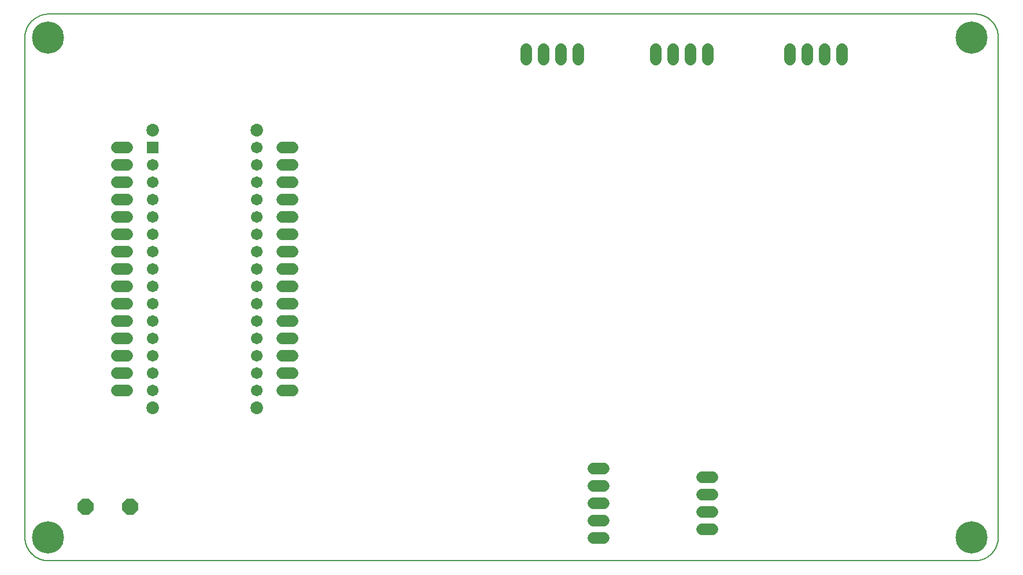
<source format=gbs>
G75*
%MOIN*%
%OFA0B0*%
%FSLAX25Y25*%
%IPPOS*%
%LPD*%
%AMOC8*
5,1,8,0,0,1.08239X$1,22.5*
%
%ADD10C,0.00600*%
%ADD11OC8,0.09300*%
%ADD12R,0.06737X0.06737*%
%ADD13C,0.06737*%
%ADD14C,0.00000*%
%ADD15C,0.07300*%
%ADD16C,0.06800*%
%ADD17C,0.18517*%
D10*
X0021119Y0007483D02*
X0279165Y0007512D01*
X0555044Y0007512D01*
X0555371Y0007516D01*
X0555697Y0007528D01*
X0556023Y0007548D01*
X0556349Y0007575D01*
X0556674Y0007611D01*
X0556997Y0007654D01*
X0557320Y0007705D01*
X0557642Y0007764D01*
X0557961Y0007831D01*
X0558280Y0007905D01*
X0558596Y0007987D01*
X0558910Y0008077D01*
X0559222Y0008174D01*
X0559531Y0008278D01*
X0559838Y0008391D01*
X0560142Y0008510D01*
X0560443Y0008637D01*
X0560741Y0008771D01*
X0561036Y0008912D01*
X0561327Y0009061D01*
X0561614Y0009216D01*
X0561898Y0009378D01*
X0562178Y0009547D01*
X0562453Y0009723D01*
X0562724Y0009905D01*
X0562991Y0010094D01*
X0563253Y0010289D01*
X0563510Y0010491D01*
X0563762Y0010698D01*
X0564009Y0010912D01*
X0564251Y0011132D01*
X0564488Y0011357D01*
X0564719Y0011588D01*
X0564944Y0011825D01*
X0565164Y0012067D01*
X0565378Y0012314D01*
X0565585Y0012566D01*
X0565787Y0012823D01*
X0565982Y0013085D01*
X0566171Y0013352D01*
X0566353Y0013623D01*
X0566529Y0013898D01*
X0566698Y0014178D01*
X0566860Y0014462D01*
X0567015Y0014749D01*
X0567164Y0015040D01*
X0567305Y0015335D01*
X0567439Y0015633D01*
X0567566Y0015934D01*
X0567685Y0016238D01*
X0567798Y0016545D01*
X0567902Y0016854D01*
X0567999Y0017166D01*
X0568089Y0017480D01*
X0568171Y0017796D01*
X0568245Y0018115D01*
X0568312Y0018434D01*
X0568371Y0018756D01*
X0568422Y0019079D01*
X0568465Y0019402D01*
X0568501Y0019727D01*
X0568528Y0020053D01*
X0568548Y0020379D01*
X0568560Y0020705D01*
X0568564Y0021032D01*
X0568564Y0309091D01*
X0568565Y0309091D02*
X0568561Y0309415D01*
X0568549Y0309739D01*
X0568530Y0310063D01*
X0568502Y0310386D01*
X0568467Y0310708D01*
X0568424Y0311029D01*
X0568374Y0311349D01*
X0568315Y0311668D01*
X0568249Y0311986D01*
X0568175Y0312301D01*
X0568094Y0312615D01*
X0568005Y0312927D01*
X0567908Y0313236D01*
X0567805Y0313543D01*
X0567693Y0313848D01*
X0567575Y0314149D01*
X0567449Y0314448D01*
X0567316Y0314744D01*
X0567176Y0315036D01*
X0567029Y0315325D01*
X0566874Y0315610D01*
X0566713Y0315891D01*
X0566546Y0316169D01*
X0566371Y0316442D01*
X0566191Y0316711D01*
X0566003Y0316976D01*
X0565809Y0317235D01*
X0565610Y0317491D01*
X0565404Y0317741D01*
X0565192Y0317986D01*
X0564974Y0318226D01*
X0564750Y0318461D01*
X0564521Y0318690D01*
X0564286Y0318914D01*
X0564046Y0319132D01*
X0563801Y0319344D01*
X0563551Y0319550D01*
X0563295Y0319749D01*
X0563036Y0319943D01*
X0562771Y0320131D01*
X0562502Y0320311D01*
X0562229Y0320486D01*
X0561951Y0320653D01*
X0561670Y0320814D01*
X0561385Y0320969D01*
X0561096Y0321116D01*
X0560804Y0321256D01*
X0560508Y0321389D01*
X0560209Y0321515D01*
X0559908Y0321633D01*
X0559603Y0321745D01*
X0559296Y0321848D01*
X0558987Y0321945D01*
X0558675Y0322034D01*
X0558361Y0322115D01*
X0558046Y0322189D01*
X0557728Y0322255D01*
X0557409Y0322314D01*
X0557089Y0322364D01*
X0556768Y0322407D01*
X0556446Y0322442D01*
X0556123Y0322470D01*
X0555799Y0322489D01*
X0555475Y0322501D01*
X0555151Y0322505D01*
X0021123Y0322505D01*
X0020794Y0322501D01*
X0020465Y0322489D01*
X0020137Y0322469D01*
X0019809Y0322441D01*
X0019482Y0322406D01*
X0019156Y0322362D01*
X0018831Y0322311D01*
X0018508Y0322251D01*
X0018186Y0322184D01*
X0017865Y0322109D01*
X0017547Y0322027D01*
X0017231Y0321937D01*
X0016917Y0321839D01*
X0016605Y0321733D01*
X0016296Y0321620D01*
X0015990Y0321500D01*
X0015687Y0321372D01*
X0015387Y0321237D01*
X0015090Y0321095D01*
X0014797Y0320946D01*
X0014508Y0320789D01*
X0014222Y0320626D01*
X0013941Y0320456D01*
X0013663Y0320279D01*
X0013391Y0320095D01*
X0013122Y0319905D01*
X0012858Y0319709D01*
X0012599Y0319506D01*
X0012345Y0319297D01*
X0012097Y0319082D01*
X0011853Y0318861D01*
X0011615Y0318634D01*
X0011382Y0318401D01*
X0011155Y0318163D01*
X0010934Y0317919D01*
X0010719Y0317671D01*
X0010510Y0317417D01*
X0010307Y0317158D01*
X0010111Y0316894D01*
X0009921Y0316625D01*
X0009737Y0316353D01*
X0009560Y0316075D01*
X0009390Y0315794D01*
X0009227Y0315508D01*
X0009070Y0315219D01*
X0008921Y0314926D01*
X0008779Y0314629D01*
X0008644Y0314329D01*
X0008516Y0314026D01*
X0008396Y0313720D01*
X0008283Y0313411D01*
X0008177Y0313099D01*
X0008079Y0312785D01*
X0007989Y0312469D01*
X0007907Y0312151D01*
X0007832Y0311830D01*
X0007765Y0311508D01*
X0007705Y0311185D01*
X0007654Y0310860D01*
X0007610Y0310534D01*
X0007575Y0310207D01*
X0007547Y0309879D01*
X0007527Y0309551D01*
X0007515Y0309222D01*
X0007511Y0308893D01*
X0007512Y0308893D02*
X0007512Y0021090D01*
X0007516Y0020761D01*
X0007528Y0020433D01*
X0007548Y0020104D01*
X0007576Y0019777D01*
X0007611Y0019450D01*
X0007655Y0019124D01*
X0007706Y0018799D01*
X0007765Y0018476D01*
X0007833Y0018154D01*
X0007907Y0017834D01*
X0007990Y0017515D01*
X0008080Y0017199D01*
X0008178Y0016885D01*
X0008283Y0016574D01*
X0008396Y0016265D01*
X0008517Y0015959D01*
X0008644Y0015656D01*
X0008779Y0015356D01*
X0008921Y0015059D01*
X0009071Y0014767D01*
X0009227Y0014477D01*
X0009390Y0014192D01*
X0009560Y0013910D01*
X0009737Y0013633D01*
X0009921Y0013360D01*
X0010111Y0013092D01*
X0010307Y0012828D01*
X0010510Y0012569D01*
X0010719Y0012316D01*
X0010934Y0012067D01*
X0011155Y0011823D01*
X0011382Y0011585D01*
X0011614Y0011353D01*
X0011852Y0011126D01*
X0012096Y0010905D01*
X0012345Y0010690D01*
X0012598Y0010481D01*
X0012857Y0010278D01*
X0013121Y0010082D01*
X0013389Y0009892D01*
X0013662Y0009708D01*
X0013939Y0009531D01*
X0014221Y0009361D01*
X0014506Y0009198D01*
X0014796Y0009042D01*
X0015088Y0008892D01*
X0015385Y0008750D01*
X0015685Y0008615D01*
X0015988Y0008488D01*
X0016294Y0008367D01*
X0016603Y0008254D01*
X0016914Y0008149D01*
X0017228Y0008051D01*
X0017544Y0007961D01*
X0017863Y0007878D01*
X0018183Y0007804D01*
X0018505Y0007736D01*
X0018828Y0007677D01*
X0019153Y0007626D01*
X0019479Y0007582D01*
X0019806Y0007547D01*
X0020133Y0007519D01*
X0020462Y0007499D01*
X0020790Y0007487D01*
X0021119Y0007483D01*
D11*
X0042524Y0038573D03*
X0068124Y0038573D03*
D12*
X0081047Y0245609D03*
D13*
X0081047Y0235609D03*
X0081047Y0225609D03*
X0081047Y0215609D03*
X0081047Y0205609D03*
X0081047Y0195609D03*
X0081047Y0185609D03*
X0081047Y0175609D03*
X0081047Y0165609D03*
X0081047Y0155609D03*
X0081047Y0145609D03*
X0081047Y0135609D03*
X0081047Y0125609D03*
X0081047Y0115609D03*
X0081047Y0105609D03*
X0141047Y0105609D03*
X0141047Y0115609D03*
X0141047Y0125609D03*
X0141047Y0135609D03*
X0141047Y0145609D03*
X0141047Y0155609D03*
X0141047Y0165609D03*
X0141047Y0175609D03*
X0141047Y0185609D03*
X0141047Y0195609D03*
X0141047Y0205609D03*
X0141047Y0215609D03*
X0141047Y0225609D03*
X0141047Y0235609D03*
X0141047Y0245609D03*
D14*
X0137797Y0255609D02*
X0137799Y0255722D01*
X0137805Y0255836D01*
X0137815Y0255949D01*
X0137829Y0256061D01*
X0137846Y0256173D01*
X0137868Y0256285D01*
X0137894Y0256395D01*
X0137923Y0256505D01*
X0137956Y0256613D01*
X0137993Y0256721D01*
X0138034Y0256826D01*
X0138078Y0256931D01*
X0138126Y0257034D01*
X0138177Y0257135D01*
X0138232Y0257234D01*
X0138291Y0257331D01*
X0138353Y0257426D01*
X0138418Y0257519D01*
X0138486Y0257610D01*
X0138557Y0257698D01*
X0138632Y0257784D01*
X0138709Y0257867D01*
X0138789Y0257947D01*
X0138872Y0258024D01*
X0138958Y0258099D01*
X0139046Y0258170D01*
X0139137Y0258238D01*
X0139230Y0258303D01*
X0139325Y0258365D01*
X0139422Y0258424D01*
X0139521Y0258479D01*
X0139622Y0258530D01*
X0139725Y0258578D01*
X0139830Y0258622D01*
X0139935Y0258663D01*
X0140043Y0258700D01*
X0140151Y0258733D01*
X0140261Y0258762D01*
X0140371Y0258788D01*
X0140483Y0258810D01*
X0140595Y0258827D01*
X0140707Y0258841D01*
X0140820Y0258851D01*
X0140934Y0258857D01*
X0141047Y0258859D01*
X0141160Y0258857D01*
X0141274Y0258851D01*
X0141387Y0258841D01*
X0141499Y0258827D01*
X0141611Y0258810D01*
X0141723Y0258788D01*
X0141833Y0258762D01*
X0141943Y0258733D01*
X0142051Y0258700D01*
X0142159Y0258663D01*
X0142264Y0258622D01*
X0142369Y0258578D01*
X0142472Y0258530D01*
X0142573Y0258479D01*
X0142672Y0258424D01*
X0142769Y0258365D01*
X0142864Y0258303D01*
X0142957Y0258238D01*
X0143048Y0258170D01*
X0143136Y0258099D01*
X0143222Y0258024D01*
X0143305Y0257947D01*
X0143385Y0257867D01*
X0143462Y0257784D01*
X0143537Y0257698D01*
X0143608Y0257610D01*
X0143676Y0257519D01*
X0143741Y0257426D01*
X0143803Y0257331D01*
X0143862Y0257234D01*
X0143917Y0257135D01*
X0143968Y0257034D01*
X0144016Y0256931D01*
X0144060Y0256826D01*
X0144101Y0256721D01*
X0144138Y0256613D01*
X0144171Y0256505D01*
X0144200Y0256395D01*
X0144226Y0256285D01*
X0144248Y0256173D01*
X0144265Y0256061D01*
X0144279Y0255949D01*
X0144289Y0255836D01*
X0144295Y0255722D01*
X0144297Y0255609D01*
X0144295Y0255496D01*
X0144289Y0255382D01*
X0144279Y0255269D01*
X0144265Y0255157D01*
X0144248Y0255045D01*
X0144226Y0254933D01*
X0144200Y0254823D01*
X0144171Y0254713D01*
X0144138Y0254605D01*
X0144101Y0254497D01*
X0144060Y0254392D01*
X0144016Y0254287D01*
X0143968Y0254184D01*
X0143917Y0254083D01*
X0143862Y0253984D01*
X0143803Y0253887D01*
X0143741Y0253792D01*
X0143676Y0253699D01*
X0143608Y0253608D01*
X0143537Y0253520D01*
X0143462Y0253434D01*
X0143385Y0253351D01*
X0143305Y0253271D01*
X0143222Y0253194D01*
X0143136Y0253119D01*
X0143048Y0253048D01*
X0142957Y0252980D01*
X0142864Y0252915D01*
X0142769Y0252853D01*
X0142672Y0252794D01*
X0142573Y0252739D01*
X0142472Y0252688D01*
X0142369Y0252640D01*
X0142264Y0252596D01*
X0142159Y0252555D01*
X0142051Y0252518D01*
X0141943Y0252485D01*
X0141833Y0252456D01*
X0141723Y0252430D01*
X0141611Y0252408D01*
X0141499Y0252391D01*
X0141387Y0252377D01*
X0141274Y0252367D01*
X0141160Y0252361D01*
X0141047Y0252359D01*
X0140934Y0252361D01*
X0140820Y0252367D01*
X0140707Y0252377D01*
X0140595Y0252391D01*
X0140483Y0252408D01*
X0140371Y0252430D01*
X0140261Y0252456D01*
X0140151Y0252485D01*
X0140043Y0252518D01*
X0139935Y0252555D01*
X0139830Y0252596D01*
X0139725Y0252640D01*
X0139622Y0252688D01*
X0139521Y0252739D01*
X0139422Y0252794D01*
X0139325Y0252853D01*
X0139230Y0252915D01*
X0139137Y0252980D01*
X0139046Y0253048D01*
X0138958Y0253119D01*
X0138872Y0253194D01*
X0138789Y0253271D01*
X0138709Y0253351D01*
X0138632Y0253434D01*
X0138557Y0253520D01*
X0138486Y0253608D01*
X0138418Y0253699D01*
X0138353Y0253792D01*
X0138291Y0253887D01*
X0138232Y0253984D01*
X0138177Y0254083D01*
X0138126Y0254184D01*
X0138078Y0254287D01*
X0138034Y0254392D01*
X0137993Y0254497D01*
X0137956Y0254605D01*
X0137923Y0254713D01*
X0137894Y0254823D01*
X0137868Y0254933D01*
X0137846Y0255045D01*
X0137829Y0255157D01*
X0137815Y0255269D01*
X0137805Y0255382D01*
X0137799Y0255496D01*
X0137797Y0255609D01*
X0077797Y0255609D02*
X0077799Y0255722D01*
X0077805Y0255836D01*
X0077815Y0255949D01*
X0077829Y0256061D01*
X0077846Y0256173D01*
X0077868Y0256285D01*
X0077894Y0256395D01*
X0077923Y0256505D01*
X0077956Y0256613D01*
X0077993Y0256721D01*
X0078034Y0256826D01*
X0078078Y0256931D01*
X0078126Y0257034D01*
X0078177Y0257135D01*
X0078232Y0257234D01*
X0078291Y0257331D01*
X0078353Y0257426D01*
X0078418Y0257519D01*
X0078486Y0257610D01*
X0078557Y0257698D01*
X0078632Y0257784D01*
X0078709Y0257867D01*
X0078789Y0257947D01*
X0078872Y0258024D01*
X0078958Y0258099D01*
X0079046Y0258170D01*
X0079137Y0258238D01*
X0079230Y0258303D01*
X0079325Y0258365D01*
X0079422Y0258424D01*
X0079521Y0258479D01*
X0079622Y0258530D01*
X0079725Y0258578D01*
X0079830Y0258622D01*
X0079935Y0258663D01*
X0080043Y0258700D01*
X0080151Y0258733D01*
X0080261Y0258762D01*
X0080371Y0258788D01*
X0080483Y0258810D01*
X0080595Y0258827D01*
X0080707Y0258841D01*
X0080820Y0258851D01*
X0080934Y0258857D01*
X0081047Y0258859D01*
X0081160Y0258857D01*
X0081274Y0258851D01*
X0081387Y0258841D01*
X0081499Y0258827D01*
X0081611Y0258810D01*
X0081723Y0258788D01*
X0081833Y0258762D01*
X0081943Y0258733D01*
X0082051Y0258700D01*
X0082159Y0258663D01*
X0082264Y0258622D01*
X0082369Y0258578D01*
X0082472Y0258530D01*
X0082573Y0258479D01*
X0082672Y0258424D01*
X0082769Y0258365D01*
X0082864Y0258303D01*
X0082957Y0258238D01*
X0083048Y0258170D01*
X0083136Y0258099D01*
X0083222Y0258024D01*
X0083305Y0257947D01*
X0083385Y0257867D01*
X0083462Y0257784D01*
X0083537Y0257698D01*
X0083608Y0257610D01*
X0083676Y0257519D01*
X0083741Y0257426D01*
X0083803Y0257331D01*
X0083862Y0257234D01*
X0083917Y0257135D01*
X0083968Y0257034D01*
X0084016Y0256931D01*
X0084060Y0256826D01*
X0084101Y0256721D01*
X0084138Y0256613D01*
X0084171Y0256505D01*
X0084200Y0256395D01*
X0084226Y0256285D01*
X0084248Y0256173D01*
X0084265Y0256061D01*
X0084279Y0255949D01*
X0084289Y0255836D01*
X0084295Y0255722D01*
X0084297Y0255609D01*
X0084295Y0255496D01*
X0084289Y0255382D01*
X0084279Y0255269D01*
X0084265Y0255157D01*
X0084248Y0255045D01*
X0084226Y0254933D01*
X0084200Y0254823D01*
X0084171Y0254713D01*
X0084138Y0254605D01*
X0084101Y0254497D01*
X0084060Y0254392D01*
X0084016Y0254287D01*
X0083968Y0254184D01*
X0083917Y0254083D01*
X0083862Y0253984D01*
X0083803Y0253887D01*
X0083741Y0253792D01*
X0083676Y0253699D01*
X0083608Y0253608D01*
X0083537Y0253520D01*
X0083462Y0253434D01*
X0083385Y0253351D01*
X0083305Y0253271D01*
X0083222Y0253194D01*
X0083136Y0253119D01*
X0083048Y0253048D01*
X0082957Y0252980D01*
X0082864Y0252915D01*
X0082769Y0252853D01*
X0082672Y0252794D01*
X0082573Y0252739D01*
X0082472Y0252688D01*
X0082369Y0252640D01*
X0082264Y0252596D01*
X0082159Y0252555D01*
X0082051Y0252518D01*
X0081943Y0252485D01*
X0081833Y0252456D01*
X0081723Y0252430D01*
X0081611Y0252408D01*
X0081499Y0252391D01*
X0081387Y0252377D01*
X0081274Y0252367D01*
X0081160Y0252361D01*
X0081047Y0252359D01*
X0080934Y0252361D01*
X0080820Y0252367D01*
X0080707Y0252377D01*
X0080595Y0252391D01*
X0080483Y0252408D01*
X0080371Y0252430D01*
X0080261Y0252456D01*
X0080151Y0252485D01*
X0080043Y0252518D01*
X0079935Y0252555D01*
X0079830Y0252596D01*
X0079725Y0252640D01*
X0079622Y0252688D01*
X0079521Y0252739D01*
X0079422Y0252794D01*
X0079325Y0252853D01*
X0079230Y0252915D01*
X0079137Y0252980D01*
X0079046Y0253048D01*
X0078958Y0253119D01*
X0078872Y0253194D01*
X0078789Y0253271D01*
X0078709Y0253351D01*
X0078632Y0253434D01*
X0078557Y0253520D01*
X0078486Y0253608D01*
X0078418Y0253699D01*
X0078353Y0253792D01*
X0078291Y0253887D01*
X0078232Y0253984D01*
X0078177Y0254083D01*
X0078126Y0254184D01*
X0078078Y0254287D01*
X0078034Y0254392D01*
X0077993Y0254497D01*
X0077956Y0254605D01*
X0077923Y0254713D01*
X0077894Y0254823D01*
X0077868Y0254933D01*
X0077846Y0255045D01*
X0077829Y0255157D01*
X0077815Y0255269D01*
X0077805Y0255382D01*
X0077799Y0255496D01*
X0077797Y0255609D01*
X0077797Y0095609D02*
X0077799Y0095722D01*
X0077805Y0095836D01*
X0077815Y0095949D01*
X0077829Y0096061D01*
X0077846Y0096173D01*
X0077868Y0096285D01*
X0077894Y0096395D01*
X0077923Y0096505D01*
X0077956Y0096613D01*
X0077993Y0096721D01*
X0078034Y0096826D01*
X0078078Y0096931D01*
X0078126Y0097034D01*
X0078177Y0097135D01*
X0078232Y0097234D01*
X0078291Y0097331D01*
X0078353Y0097426D01*
X0078418Y0097519D01*
X0078486Y0097610D01*
X0078557Y0097698D01*
X0078632Y0097784D01*
X0078709Y0097867D01*
X0078789Y0097947D01*
X0078872Y0098024D01*
X0078958Y0098099D01*
X0079046Y0098170D01*
X0079137Y0098238D01*
X0079230Y0098303D01*
X0079325Y0098365D01*
X0079422Y0098424D01*
X0079521Y0098479D01*
X0079622Y0098530D01*
X0079725Y0098578D01*
X0079830Y0098622D01*
X0079935Y0098663D01*
X0080043Y0098700D01*
X0080151Y0098733D01*
X0080261Y0098762D01*
X0080371Y0098788D01*
X0080483Y0098810D01*
X0080595Y0098827D01*
X0080707Y0098841D01*
X0080820Y0098851D01*
X0080934Y0098857D01*
X0081047Y0098859D01*
X0081160Y0098857D01*
X0081274Y0098851D01*
X0081387Y0098841D01*
X0081499Y0098827D01*
X0081611Y0098810D01*
X0081723Y0098788D01*
X0081833Y0098762D01*
X0081943Y0098733D01*
X0082051Y0098700D01*
X0082159Y0098663D01*
X0082264Y0098622D01*
X0082369Y0098578D01*
X0082472Y0098530D01*
X0082573Y0098479D01*
X0082672Y0098424D01*
X0082769Y0098365D01*
X0082864Y0098303D01*
X0082957Y0098238D01*
X0083048Y0098170D01*
X0083136Y0098099D01*
X0083222Y0098024D01*
X0083305Y0097947D01*
X0083385Y0097867D01*
X0083462Y0097784D01*
X0083537Y0097698D01*
X0083608Y0097610D01*
X0083676Y0097519D01*
X0083741Y0097426D01*
X0083803Y0097331D01*
X0083862Y0097234D01*
X0083917Y0097135D01*
X0083968Y0097034D01*
X0084016Y0096931D01*
X0084060Y0096826D01*
X0084101Y0096721D01*
X0084138Y0096613D01*
X0084171Y0096505D01*
X0084200Y0096395D01*
X0084226Y0096285D01*
X0084248Y0096173D01*
X0084265Y0096061D01*
X0084279Y0095949D01*
X0084289Y0095836D01*
X0084295Y0095722D01*
X0084297Y0095609D01*
X0084295Y0095496D01*
X0084289Y0095382D01*
X0084279Y0095269D01*
X0084265Y0095157D01*
X0084248Y0095045D01*
X0084226Y0094933D01*
X0084200Y0094823D01*
X0084171Y0094713D01*
X0084138Y0094605D01*
X0084101Y0094497D01*
X0084060Y0094392D01*
X0084016Y0094287D01*
X0083968Y0094184D01*
X0083917Y0094083D01*
X0083862Y0093984D01*
X0083803Y0093887D01*
X0083741Y0093792D01*
X0083676Y0093699D01*
X0083608Y0093608D01*
X0083537Y0093520D01*
X0083462Y0093434D01*
X0083385Y0093351D01*
X0083305Y0093271D01*
X0083222Y0093194D01*
X0083136Y0093119D01*
X0083048Y0093048D01*
X0082957Y0092980D01*
X0082864Y0092915D01*
X0082769Y0092853D01*
X0082672Y0092794D01*
X0082573Y0092739D01*
X0082472Y0092688D01*
X0082369Y0092640D01*
X0082264Y0092596D01*
X0082159Y0092555D01*
X0082051Y0092518D01*
X0081943Y0092485D01*
X0081833Y0092456D01*
X0081723Y0092430D01*
X0081611Y0092408D01*
X0081499Y0092391D01*
X0081387Y0092377D01*
X0081274Y0092367D01*
X0081160Y0092361D01*
X0081047Y0092359D01*
X0080934Y0092361D01*
X0080820Y0092367D01*
X0080707Y0092377D01*
X0080595Y0092391D01*
X0080483Y0092408D01*
X0080371Y0092430D01*
X0080261Y0092456D01*
X0080151Y0092485D01*
X0080043Y0092518D01*
X0079935Y0092555D01*
X0079830Y0092596D01*
X0079725Y0092640D01*
X0079622Y0092688D01*
X0079521Y0092739D01*
X0079422Y0092794D01*
X0079325Y0092853D01*
X0079230Y0092915D01*
X0079137Y0092980D01*
X0079046Y0093048D01*
X0078958Y0093119D01*
X0078872Y0093194D01*
X0078789Y0093271D01*
X0078709Y0093351D01*
X0078632Y0093434D01*
X0078557Y0093520D01*
X0078486Y0093608D01*
X0078418Y0093699D01*
X0078353Y0093792D01*
X0078291Y0093887D01*
X0078232Y0093984D01*
X0078177Y0094083D01*
X0078126Y0094184D01*
X0078078Y0094287D01*
X0078034Y0094392D01*
X0077993Y0094497D01*
X0077956Y0094605D01*
X0077923Y0094713D01*
X0077894Y0094823D01*
X0077868Y0094933D01*
X0077846Y0095045D01*
X0077829Y0095157D01*
X0077815Y0095269D01*
X0077805Y0095382D01*
X0077799Y0095496D01*
X0077797Y0095609D01*
X0137797Y0095609D02*
X0137799Y0095722D01*
X0137805Y0095836D01*
X0137815Y0095949D01*
X0137829Y0096061D01*
X0137846Y0096173D01*
X0137868Y0096285D01*
X0137894Y0096395D01*
X0137923Y0096505D01*
X0137956Y0096613D01*
X0137993Y0096721D01*
X0138034Y0096826D01*
X0138078Y0096931D01*
X0138126Y0097034D01*
X0138177Y0097135D01*
X0138232Y0097234D01*
X0138291Y0097331D01*
X0138353Y0097426D01*
X0138418Y0097519D01*
X0138486Y0097610D01*
X0138557Y0097698D01*
X0138632Y0097784D01*
X0138709Y0097867D01*
X0138789Y0097947D01*
X0138872Y0098024D01*
X0138958Y0098099D01*
X0139046Y0098170D01*
X0139137Y0098238D01*
X0139230Y0098303D01*
X0139325Y0098365D01*
X0139422Y0098424D01*
X0139521Y0098479D01*
X0139622Y0098530D01*
X0139725Y0098578D01*
X0139830Y0098622D01*
X0139935Y0098663D01*
X0140043Y0098700D01*
X0140151Y0098733D01*
X0140261Y0098762D01*
X0140371Y0098788D01*
X0140483Y0098810D01*
X0140595Y0098827D01*
X0140707Y0098841D01*
X0140820Y0098851D01*
X0140934Y0098857D01*
X0141047Y0098859D01*
X0141160Y0098857D01*
X0141274Y0098851D01*
X0141387Y0098841D01*
X0141499Y0098827D01*
X0141611Y0098810D01*
X0141723Y0098788D01*
X0141833Y0098762D01*
X0141943Y0098733D01*
X0142051Y0098700D01*
X0142159Y0098663D01*
X0142264Y0098622D01*
X0142369Y0098578D01*
X0142472Y0098530D01*
X0142573Y0098479D01*
X0142672Y0098424D01*
X0142769Y0098365D01*
X0142864Y0098303D01*
X0142957Y0098238D01*
X0143048Y0098170D01*
X0143136Y0098099D01*
X0143222Y0098024D01*
X0143305Y0097947D01*
X0143385Y0097867D01*
X0143462Y0097784D01*
X0143537Y0097698D01*
X0143608Y0097610D01*
X0143676Y0097519D01*
X0143741Y0097426D01*
X0143803Y0097331D01*
X0143862Y0097234D01*
X0143917Y0097135D01*
X0143968Y0097034D01*
X0144016Y0096931D01*
X0144060Y0096826D01*
X0144101Y0096721D01*
X0144138Y0096613D01*
X0144171Y0096505D01*
X0144200Y0096395D01*
X0144226Y0096285D01*
X0144248Y0096173D01*
X0144265Y0096061D01*
X0144279Y0095949D01*
X0144289Y0095836D01*
X0144295Y0095722D01*
X0144297Y0095609D01*
X0144295Y0095496D01*
X0144289Y0095382D01*
X0144279Y0095269D01*
X0144265Y0095157D01*
X0144248Y0095045D01*
X0144226Y0094933D01*
X0144200Y0094823D01*
X0144171Y0094713D01*
X0144138Y0094605D01*
X0144101Y0094497D01*
X0144060Y0094392D01*
X0144016Y0094287D01*
X0143968Y0094184D01*
X0143917Y0094083D01*
X0143862Y0093984D01*
X0143803Y0093887D01*
X0143741Y0093792D01*
X0143676Y0093699D01*
X0143608Y0093608D01*
X0143537Y0093520D01*
X0143462Y0093434D01*
X0143385Y0093351D01*
X0143305Y0093271D01*
X0143222Y0093194D01*
X0143136Y0093119D01*
X0143048Y0093048D01*
X0142957Y0092980D01*
X0142864Y0092915D01*
X0142769Y0092853D01*
X0142672Y0092794D01*
X0142573Y0092739D01*
X0142472Y0092688D01*
X0142369Y0092640D01*
X0142264Y0092596D01*
X0142159Y0092555D01*
X0142051Y0092518D01*
X0141943Y0092485D01*
X0141833Y0092456D01*
X0141723Y0092430D01*
X0141611Y0092408D01*
X0141499Y0092391D01*
X0141387Y0092377D01*
X0141274Y0092367D01*
X0141160Y0092361D01*
X0141047Y0092359D01*
X0140934Y0092361D01*
X0140820Y0092367D01*
X0140707Y0092377D01*
X0140595Y0092391D01*
X0140483Y0092408D01*
X0140371Y0092430D01*
X0140261Y0092456D01*
X0140151Y0092485D01*
X0140043Y0092518D01*
X0139935Y0092555D01*
X0139830Y0092596D01*
X0139725Y0092640D01*
X0139622Y0092688D01*
X0139521Y0092739D01*
X0139422Y0092794D01*
X0139325Y0092853D01*
X0139230Y0092915D01*
X0139137Y0092980D01*
X0139046Y0093048D01*
X0138958Y0093119D01*
X0138872Y0093194D01*
X0138789Y0093271D01*
X0138709Y0093351D01*
X0138632Y0093434D01*
X0138557Y0093520D01*
X0138486Y0093608D01*
X0138418Y0093699D01*
X0138353Y0093792D01*
X0138291Y0093887D01*
X0138232Y0093984D01*
X0138177Y0094083D01*
X0138126Y0094184D01*
X0138078Y0094287D01*
X0138034Y0094392D01*
X0137993Y0094497D01*
X0137956Y0094605D01*
X0137923Y0094713D01*
X0137894Y0094823D01*
X0137868Y0094933D01*
X0137846Y0095045D01*
X0137829Y0095157D01*
X0137815Y0095269D01*
X0137805Y0095382D01*
X0137799Y0095496D01*
X0137797Y0095609D01*
D15*
X0141047Y0095609D03*
X0081047Y0095609D03*
X0081047Y0255609D03*
X0141047Y0255609D03*
D16*
X0155738Y0245580D02*
X0161738Y0245580D01*
X0161738Y0235580D02*
X0155738Y0235580D01*
X0155738Y0225580D02*
X0161738Y0225580D01*
X0161738Y0215580D02*
X0155738Y0215580D01*
X0155738Y0205580D02*
X0161738Y0205580D01*
X0161738Y0195580D02*
X0155738Y0195580D01*
X0155738Y0185580D02*
X0161738Y0185580D01*
X0161738Y0175580D02*
X0155738Y0175580D01*
X0155738Y0165580D02*
X0161738Y0165580D01*
X0161738Y0155580D02*
X0155738Y0155580D01*
X0155738Y0145580D02*
X0161738Y0145580D01*
X0161738Y0135580D02*
X0155738Y0135580D01*
X0155738Y0125580D02*
X0161738Y0125580D01*
X0161738Y0115580D02*
X0155738Y0115580D01*
X0155738Y0105580D02*
X0161738Y0105580D01*
X0066335Y0105580D02*
X0060335Y0105580D01*
X0060335Y0115580D02*
X0066335Y0115580D01*
X0066335Y0125580D02*
X0060335Y0125580D01*
X0060335Y0135580D02*
X0066335Y0135580D01*
X0066335Y0145580D02*
X0060335Y0145580D01*
X0060335Y0155580D02*
X0066335Y0155580D01*
X0066335Y0165580D02*
X0060335Y0165580D01*
X0060335Y0175580D02*
X0066335Y0175580D01*
X0066335Y0185580D02*
X0060335Y0185580D01*
X0060335Y0195580D02*
X0066335Y0195580D01*
X0066335Y0205580D02*
X0060335Y0205580D01*
X0060335Y0215580D02*
X0066335Y0215580D01*
X0066335Y0225580D02*
X0060335Y0225580D01*
X0060335Y0235580D02*
X0066335Y0235580D01*
X0066335Y0245580D02*
X0060335Y0245580D01*
X0296431Y0296382D02*
X0296431Y0302382D01*
X0306431Y0302382D02*
X0306431Y0296382D01*
X0316431Y0296382D02*
X0316431Y0302382D01*
X0326431Y0302382D02*
X0326431Y0296382D01*
X0371177Y0296382D02*
X0371177Y0302382D01*
X0381177Y0302382D02*
X0381177Y0296382D01*
X0391177Y0296382D02*
X0391177Y0302382D01*
X0401177Y0302382D02*
X0401177Y0296382D01*
X0448626Y0296382D02*
X0448626Y0302382D01*
X0458626Y0302382D02*
X0458626Y0296382D01*
X0468626Y0296382D02*
X0468626Y0302382D01*
X0478626Y0302382D02*
X0478626Y0296382D01*
X0341037Y0060526D02*
X0335037Y0060526D01*
X0335037Y0050526D02*
X0341037Y0050526D01*
X0341037Y0040526D02*
X0335037Y0040526D01*
X0335037Y0030526D02*
X0341037Y0030526D01*
X0341037Y0020526D02*
X0335037Y0020526D01*
X0397681Y0025507D02*
X0403681Y0025507D01*
X0403681Y0035507D02*
X0397681Y0035507D01*
X0397681Y0045507D02*
X0403681Y0045507D01*
X0403681Y0055507D02*
X0397681Y0055507D01*
D17*
X0553027Y0020886D03*
X0553027Y0309064D03*
X0020886Y0309064D03*
X0020769Y0020886D03*
M02*

</source>
